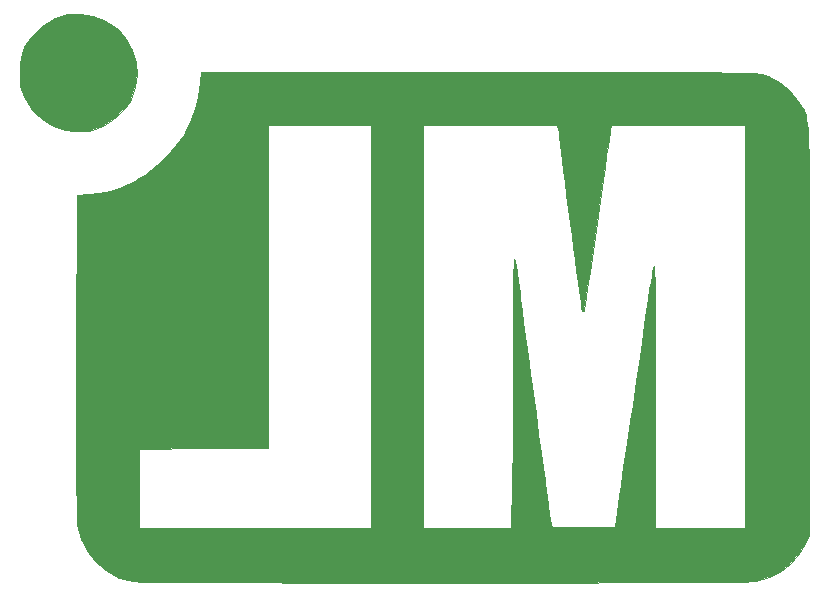
<source format=gbo>
G04 #@! TF.GenerationSoftware,KiCad,Pcbnew,5.1.8*
G04 #@! TF.CreationDate,2020-11-30T22:47:38+01:00*
G04 #@! TF.ProjectId,ml_dev_board,6d6c5f64-6576-45f6-926f-6172642e6b69,rev?*
G04 #@! TF.SameCoordinates,Original*
G04 #@! TF.FileFunction,Legend,Bot*
G04 #@! TF.FilePolarity,Positive*
%FSLAX46Y46*%
G04 Gerber Fmt 4.6, Leading zero omitted, Abs format (unit mm)*
G04 Created by KiCad (PCBNEW 5.1.8) date 2020-11-30 22:47:38*
%MOMM*%
%LPD*%
G01*
G04 APERTURE LIST*
%ADD10C,0.010000*%
G04 APERTURE END LIST*
D10*
G36*
X120250236Y-66981428D02*
G01*
X119212951Y-67292151D01*
X118250552Y-67847360D01*
X117555926Y-68461462D01*
X116984752Y-69115234D01*
X116597084Y-69718259D01*
X116361123Y-70351461D01*
X116245073Y-71095763D01*
X116216986Y-71869126D01*
X116221184Y-72504640D01*
X116250591Y-72960106D01*
X116322180Y-73322718D01*
X116452924Y-73679670D01*
X116651491Y-74101300D01*
X117270539Y-75076708D01*
X118058925Y-75850445D01*
X118996679Y-76409650D01*
X120063834Y-76741459D01*
X120891052Y-76832015D01*
X121458646Y-76835878D01*
X121973298Y-76813546D01*
X122335334Y-76769753D01*
X122369548Y-76761824D01*
X123220132Y-76427044D01*
X124060672Y-75891003D01*
X124818928Y-75212474D01*
X125422661Y-74450231D01*
X125609423Y-74125850D01*
X125986184Y-73108420D01*
X126121773Y-72050681D01*
X126029272Y-70994173D01*
X125721763Y-69980439D01*
X125212329Y-69051019D01*
X124514052Y-68247455D01*
X123640013Y-67611289D01*
X123540798Y-67557072D01*
X122441219Y-67109800D01*
X121335345Y-66919282D01*
X120250236Y-66981428D01*
G37*
X120250236Y-66981428D02*
X119212951Y-67292151D01*
X118250552Y-67847360D01*
X117555926Y-68461462D01*
X116984752Y-69115234D01*
X116597084Y-69718259D01*
X116361123Y-70351461D01*
X116245073Y-71095763D01*
X116216986Y-71869126D01*
X116221184Y-72504640D01*
X116250591Y-72960106D01*
X116322180Y-73322718D01*
X116452924Y-73679670D01*
X116651491Y-74101300D01*
X117270539Y-75076708D01*
X118058925Y-75850445D01*
X118996679Y-76409650D01*
X120063834Y-76741459D01*
X120891052Y-76832015D01*
X121458646Y-76835878D01*
X121973298Y-76813546D01*
X122335334Y-76769753D01*
X122369548Y-76761824D01*
X123220132Y-76427044D01*
X124060672Y-75891003D01*
X124818928Y-75212474D01*
X125422661Y-74450231D01*
X125609423Y-74125850D01*
X125986184Y-73108420D01*
X126121773Y-72050681D01*
X126029272Y-70994173D01*
X125721763Y-69980439D01*
X125212329Y-69051019D01*
X124514052Y-68247455D01*
X123640013Y-67611289D01*
X123540798Y-67557072D01*
X122441219Y-67109800D01*
X121335345Y-66919282D01*
X120250236Y-66981428D01*
G36*
X131483549Y-72802105D02*
G01*
X131308891Y-73946280D01*
X131031120Y-74993649D01*
X130615896Y-76060950D01*
X130368717Y-76591906D01*
X130078389Y-77160362D01*
X129795133Y-77629833D01*
X129467372Y-78069457D01*
X129043529Y-78548375D01*
X128472027Y-79135724D01*
X128468218Y-79139544D01*
X127851585Y-79740137D01*
X127337435Y-80191058D01*
X126855150Y-80546404D01*
X126334111Y-80860269D01*
X125971052Y-81052438D01*
X124894914Y-81555699D01*
X123919527Y-81900789D01*
X122953209Y-82115161D01*
X122094210Y-82213346D01*
X121024736Y-82293684D01*
X120987813Y-95795789D01*
X120982137Y-98329145D01*
X120979720Y-100601009D01*
X120980607Y-102617239D01*
X120984842Y-104383693D01*
X120992470Y-105906227D01*
X121003537Y-107190700D01*
X121018087Y-108242970D01*
X121036165Y-109068893D01*
X121057815Y-109674327D01*
X121083084Y-110065130D01*
X121097959Y-110187242D01*
X121421692Y-111392403D01*
X121959923Y-112465601D01*
X122689979Y-113383677D01*
X123589192Y-114123475D01*
X124634890Y-114661835D01*
X125782040Y-114972016D01*
X126009289Y-114987152D01*
X126487751Y-115001311D01*
X127201401Y-115014495D01*
X128134216Y-115026708D01*
X129270174Y-115037951D01*
X130593252Y-115048226D01*
X132087426Y-115057538D01*
X133736672Y-115065887D01*
X135524969Y-115073277D01*
X137436293Y-115079710D01*
X139454621Y-115085189D01*
X141563929Y-115089716D01*
X143748195Y-115093293D01*
X145991395Y-115095924D01*
X148277507Y-115097610D01*
X150590507Y-115098354D01*
X152914372Y-115098159D01*
X155233079Y-115097028D01*
X157530605Y-115094962D01*
X159790927Y-115091965D01*
X161998021Y-115088038D01*
X164135865Y-115083185D01*
X166188435Y-115077407D01*
X168139709Y-115070708D01*
X169973663Y-115063090D01*
X171674274Y-115054555D01*
X173225519Y-115045106D01*
X174611375Y-115034746D01*
X175815819Y-115023476D01*
X176822827Y-115011300D01*
X177616377Y-114998221D01*
X178180446Y-114984239D01*
X178499009Y-114969359D01*
X178550925Y-114963713D01*
X179628634Y-114654971D01*
X180643657Y-114117857D01*
X181544013Y-113391153D01*
X182277719Y-112513640D01*
X182616513Y-111930500D01*
X183054210Y-111041411D01*
X183054210Y-93793337D01*
X183054567Y-91234693D01*
X183055148Y-88929224D01*
X183055218Y-86862741D01*
X183054043Y-85021051D01*
X183050889Y-83389964D01*
X183045019Y-81955290D01*
X183035701Y-80702836D01*
X183022199Y-79618413D01*
X183003778Y-78687829D01*
X182979704Y-77896893D01*
X182949243Y-77231415D01*
X182911659Y-76677203D01*
X182878611Y-76344736D01*
X177640000Y-76344736D01*
X177640000Y-110434210D01*
X170020000Y-110434210D01*
X170020000Y-99311684D01*
X170018592Y-97429686D01*
X170014473Y-95682997D01*
X170007802Y-94086075D01*
X169998736Y-92653377D01*
X169987432Y-91399363D01*
X169974048Y-90338490D01*
X169958742Y-89485217D01*
X169941672Y-88854000D01*
X169922995Y-88459300D01*
X169902869Y-88315573D01*
X169900076Y-88316158D01*
X169865456Y-88383071D01*
X169823165Y-88528922D01*
X169770265Y-88772292D01*
X169703821Y-89131761D01*
X169620894Y-89625908D01*
X169518548Y-90273316D01*
X169393845Y-91092563D01*
X169243848Y-92102230D01*
X169065621Y-93320898D01*
X168856225Y-94767146D01*
X168612724Y-96459556D01*
X168612056Y-96464210D01*
X168464452Y-97486970D01*
X168288396Y-98698167D01*
X168095010Y-100021812D01*
X167895419Y-101381918D01*
X167700745Y-102702498D01*
X167545538Y-103750000D01*
X167385029Y-104835621D01*
X167229159Y-105900051D01*
X167084631Y-106896742D01*
X166958151Y-107779148D01*
X166856421Y-108500723D01*
X166786147Y-109014921D01*
X166775344Y-109097368D01*
X166611052Y-110367368D01*
X163903947Y-110403557D01*
X163045245Y-110409343D01*
X162310384Y-110403123D01*
X161734309Y-110385988D01*
X161351962Y-110359026D01*
X161198289Y-110323329D01*
X161196842Y-110319146D01*
X161178441Y-110156198D01*
X161127017Y-109769512D01*
X161048237Y-109199904D01*
X160947766Y-108488188D01*
X160831273Y-107675180D01*
X160792762Y-107408746D01*
X160646830Y-106382987D01*
X160492527Y-105267079D01*
X160342310Y-104153221D01*
X160208639Y-103133616D01*
X160117730Y-102413158D01*
X160022777Y-101659845D01*
X159898956Y-100707186D01*
X159754980Y-99620546D01*
X159599564Y-98465292D01*
X159441419Y-97306790D01*
X159324742Y-96464210D01*
X159170216Y-95346952D01*
X159011553Y-94183251D01*
X158857503Y-93038479D01*
X158716819Y-91978004D01*
X158598253Y-91067196D01*
X158528314Y-90515263D01*
X158406334Y-89550544D01*
X158309010Y-88823520D01*
X158231407Y-88306162D01*
X158168585Y-87970440D01*
X158115608Y-87788323D01*
X158067538Y-87731781D01*
X158040362Y-87745076D01*
X158027877Y-87887752D01*
X158016570Y-88273663D01*
X158006619Y-88878675D01*
X157998201Y-89678657D01*
X157991493Y-90649477D01*
X157986672Y-91767001D01*
X157983917Y-93007099D01*
X157983403Y-94345637D01*
X157984505Y-95347429D01*
X157985240Y-96894122D01*
X157982478Y-98482054D01*
X157976518Y-100068493D01*
X157967660Y-101610711D01*
X157956204Y-103065977D01*
X157942449Y-104391560D01*
X157926696Y-105544731D01*
X157909244Y-106482759D01*
X157905166Y-106657631D01*
X157812953Y-110434210D01*
X150368421Y-110434210D01*
X150368421Y-76344736D01*
X145956842Y-76344736D01*
X145956842Y-110434210D01*
X126305263Y-110434210D01*
X126305263Y-103752999D01*
X131752894Y-103718078D01*
X137200526Y-103683158D01*
X137234577Y-90013947D01*
X137268629Y-76344736D01*
X145956842Y-76344736D01*
X150368421Y-76344736D01*
X161726485Y-76344736D01*
X161792671Y-76645526D01*
X161829070Y-76871971D01*
X161889300Y-77315050D01*
X161967093Y-77925726D01*
X162056184Y-78654964D01*
X162138583Y-79352631D01*
X162234279Y-80154349D01*
X162357589Y-81154619D01*
X162500101Y-82287065D01*
X162653400Y-83485310D01*
X162809075Y-84682976D01*
X162934960Y-85635789D01*
X163076532Y-86701991D01*
X163214956Y-87751606D01*
X163343809Y-88735401D01*
X163456667Y-89604144D01*
X163547110Y-90308603D01*
X163608714Y-90799546D01*
X163610732Y-90816052D01*
X163689252Y-91368272D01*
X163772411Y-91804510D01*
X163848153Y-92067890D01*
X163887032Y-92119473D01*
X164003130Y-92068728D01*
X164004210Y-92060772D01*
X164022685Y-91908778D01*
X164075362Y-91520905D01*
X164158123Y-90925878D01*
X164266848Y-90152425D01*
X164397420Y-89229273D01*
X164545720Y-88185150D01*
X164707627Y-87048783D01*
X164879024Y-85848899D01*
X165055792Y-84614225D01*
X165233811Y-83373490D01*
X165408963Y-82155419D01*
X165577129Y-80988741D01*
X165734190Y-79902183D01*
X165876027Y-78924472D01*
X165998521Y-78084335D01*
X166097554Y-77410499D01*
X166169006Y-76931693D01*
X166208759Y-76676643D01*
X166214428Y-76645526D01*
X166281936Y-76344736D01*
X177640000Y-76344736D01*
X182878611Y-76344736D01*
X182866218Y-76220067D01*
X182812186Y-75845815D01*
X182748827Y-75540258D01*
X182675407Y-75289202D01*
X182591192Y-75078459D01*
X182495447Y-74893837D01*
X182387436Y-74721145D01*
X182266427Y-74546191D01*
X182131683Y-74354786D01*
X182041026Y-74221784D01*
X181346850Y-73392098D01*
X180484224Y-72691575D01*
X179533253Y-72182751D01*
X179331867Y-72106819D01*
X179235850Y-72076695D01*
X179120228Y-72049189D01*
X178973051Y-72024184D01*
X178782370Y-72001560D01*
X178536238Y-71981200D01*
X178222704Y-71962984D01*
X177829819Y-71946793D01*
X177345635Y-71932509D01*
X176758203Y-71920014D01*
X176055574Y-71909188D01*
X175225799Y-71899914D01*
X174256929Y-71892071D01*
X173137015Y-71885543D01*
X171854108Y-71880209D01*
X170396259Y-71875952D01*
X168751520Y-71872652D01*
X166907941Y-71870192D01*
X164853573Y-71868451D01*
X162576467Y-71867313D01*
X160064675Y-71866657D01*
X157306248Y-71866366D01*
X155114210Y-71866315D01*
X131585789Y-71866315D01*
X131483549Y-72802105D01*
G37*
X131483549Y-72802105D02*
X131308891Y-73946280D01*
X131031120Y-74993649D01*
X130615896Y-76060950D01*
X130368717Y-76591906D01*
X130078389Y-77160362D01*
X129795133Y-77629833D01*
X129467372Y-78069457D01*
X129043529Y-78548375D01*
X128472027Y-79135724D01*
X128468218Y-79139544D01*
X127851585Y-79740137D01*
X127337435Y-80191058D01*
X126855150Y-80546404D01*
X126334111Y-80860269D01*
X125971052Y-81052438D01*
X124894914Y-81555699D01*
X123919527Y-81900789D01*
X122953209Y-82115161D01*
X122094210Y-82213346D01*
X121024736Y-82293684D01*
X120987813Y-95795789D01*
X120982137Y-98329145D01*
X120979720Y-100601009D01*
X120980607Y-102617239D01*
X120984842Y-104383693D01*
X120992470Y-105906227D01*
X121003537Y-107190700D01*
X121018087Y-108242970D01*
X121036165Y-109068893D01*
X121057815Y-109674327D01*
X121083084Y-110065130D01*
X121097959Y-110187242D01*
X121421692Y-111392403D01*
X121959923Y-112465601D01*
X122689979Y-113383677D01*
X123589192Y-114123475D01*
X124634890Y-114661835D01*
X125782040Y-114972016D01*
X126009289Y-114987152D01*
X126487751Y-115001311D01*
X127201401Y-115014495D01*
X128134216Y-115026708D01*
X129270174Y-115037951D01*
X130593252Y-115048226D01*
X132087426Y-115057538D01*
X133736672Y-115065887D01*
X135524969Y-115073277D01*
X137436293Y-115079710D01*
X139454621Y-115085189D01*
X141563929Y-115089716D01*
X143748195Y-115093293D01*
X145991395Y-115095924D01*
X148277507Y-115097610D01*
X150590507Y-115098354D01*
X152914372Y-115098159D01*
X155233079Y-115097028D01*
X157530605Y-115094962D01*
X159790927Y-115091965D01*
X161998021Y-115088038D01*
X164135865Y-115083185D01*
X166188435Y-115077407D01*
X168139709Y-115070708D01*
X169973663Y-115063090D01*
X171674274Y-115054555D01*
X173225519Y-115045106D01*
X174611375Y-115034746D01*
X175815819Y-115023476D01*
X176822827Y-115011300D01*
X177616377Y-114998221D01*
X178180446Y-114984239D01*
X178499009Y-114969359D01*
X178550925Y-114963713D01*
X179628634Y-114654971D01*
X180643657Y-114117857D01*
X181544013Y-113391153D01*
X182277719Y-112513640D01*
X182616513Y-111930500D01*
X183054210Y-111041411D01*
X183054210Y-93793337D01*
X183054567Y-91234693D01*
X183055148Y-88929224D01*
X183055218Y-86862741D01*
X183054043Y-85021051D01*
X183050889Y-83389964D01*
X183045019Y-81955290D01*
X183035701Y-80702836D01*
X183022199Y-79618413D01*
X183003778Y-78687829D01*
X182979704Y-77896893D01*
X182949243Y-77231415D01*
X182911659Y-76677203D01*
X182878611Y-76344736D01*
X177640000Y-76344736D01*
X177640000Y-110434210D01*
X170020000Y-110434210D01*
X170020000Y-99311684D01*
X170018592Y-97429686D01*
X170014473Y-95682997D01*
X170007802Y-94086075D01*
X169998736Y-92653377D01*
X169987432Y-91399363D01*
X169974048Y-90338490D01*
X169958742Y-89485217D01*
X169941672Y-88854000D01*
X169922995Y-88459300D01*
X169902869Y-88315573D01*
X169900076Y-88316158D01*
X169865456Y-88383071D01*
X169823165Y-88528922D01*
X169770265Y-88772292D01*
X169703821Y-89131761D01*
X169620894Y-89625908D01*
X169518548Y-90273316D01*
X169393845Y-91092563D01*
X169243848Y-92102230D01*
X169065621Y-93320898D01*
X168856225Y-94767146D01*
X168612724Y-96459556D01*
X168612056Y-96464210D01*
X168464452Y-97486970D01*
X168288396Y-98698167D01*
X168095010Y-100021812D01*
X167895419Y-101381918D01*
X167700745Y-102702498D01*
X167545538Y-103750000D01*
X167385029Y-104835621D01*
X167229159Y-105900051D01*
X167084631Y-106896742D01*
X166958151Y-107779148D01*
X166856421Y-108500723D01*
X166786147Y-109014921D01*
X166775344Y-109097368D01*
X166611052Y-110367368D01*
X163903947Y-110403557D01*
X163045245Y-110409343D01*
X162310384Y-110403123D01*
X161734309Y-110385988D01*
X161351962Y-110359026D01*
X161198289Y-110323329D01*
X161196842Y-110319146D01*
X161178441Y-110156198D01*
X161127017Y-109769512D01*
X161048237Y-109199904D01*
X160947766Y-108488188D01*
X160831273Y-107675180D01*
X160792762Y-107408746D01*
X160646830Y-106382987D01*
X160492527Y-105267079D01*
X160342310Y-104153221D01*
X160208639Y-103133616D01*
X160117730Y-102413158D01*
X160022777Y-101659845D01*
X159898956Y-100707186D01*
X159754980Y-99620546D01*
X159599564Y-98465292D01*
X159441419Y-97306790D01*
X159324742Y-96464210D01*
X159170216Y-95346952D01*
X159011553Y-94183251D01*
X158857503Y-93038479D01*
X158716819Y-91978004D01*
X158598253Y-91067196D01*
X158528314Y-90515263D01*
X158406334Y-89550544D01*
X158309010Y-88823520D01*
X158231407Y-88306162D01*
X158168585Y-87970440D01*
X158115608Y-87788323D01*
X158067538Y-87731781D01*
X158040362Y-87745076D01*
X158027877Y-87887752D01*
X158016570Y-88273663D01*
X158006619Y-88878675D01*
X157998201Y-89678657D01*
X157991493Y-90649477D01*
X157986672Y-91767001D01*
X157983917Y-93007099D01*
X157983403Y-94345637D01*
X157984505Y-95347429D01*
X157985240Y-96894122D01*
X157982478Y-98482054D01*
X157976518Y-100068493D01*
X157967660Y-101610711D01*
X157956204Y-103065977D01*
X157942449Y-104391560D01*
X157926696Y-105544731D01*
X157909244Y-106482759D01*
X157905166Y-106657631D01*
X157812953Y-110434210D01*
X150368421Y-110434210D01*
X150368421Y-76344736D01*
X145956842Y-76344736D01*
X145956842Y-110434210D01*
X126305263Y-110434210D01*
X126305263Y-103752999D01*
X131752894Y-103718078D01*
X137200526Y-103683158D01*
X137234577Y-90013947D01*
X137268629Y-76344736D01*
X145956842Y-76344736D01*
X150368421Y-76344736D01*
X161726485Y-76344736D01*
X161792671Y-76645526D01*
X161829070Y-76871971D01*
X161889300Y-77315050D01*
X161967093Y-77925726D01*
X162056184Y-78654964D01*
X162138583Y-79352631D01*
X162234279Y-80154349D01*
X162357589Y-81154619D01*
X162500101Y-82287065D01*
X162653400Y-83485310D01*
X162809075Y-84682976D01*
X162934960Y-85635789D01*
X163076532Y-86701991D01*
X163214956Y-87751606D01*
X163343809Y-88735401D01*
X163456667Y-89604144D01*
X163547110Y-90308603D01*
X163608714Y-90799546D01*
X163610732Y-90816052D01*
X163689252Y-91368272D01*
X163772411Y-91804510D01*
X163848153Y-92067890D01*
X163887032Y-92119473D01*
X164003130Y-92068728D01*
X164004210Y-92060772D01*
X164022685Y-91908778D01*
X164075362Y-91520905D01*
X164158123Y-90925878D01*
X164266848Y-90152425D01*
X164397420Y-89229273D01*
X164545720Y-88185150D01*
X164707627Y-87048783D01*
X164879024Y-85848899D01*
X165055792Y-84614225D01*
X165233811Y-83373490D01*
X165408963Y-82155419D01*
X165577129Y-80988741D01*
X165734190Y-79902183D01*
X165876027Y-78924472D01*
X165998521Y-78084335D01*
X166097554Y-77410499D01*
X166169006Y-76931693D01*
X166208759Y-76676643D01*
X166214428Y-76645526D01*
X166281936Y-76344736D01*
X177640000Y-76344736D01*
X182878611Y-76344736D01*
X182866218Y-76220067D01*
X182812186Y-75845815D01*
X182748827Y-75540258D01*
X182675407Y-75289202D01*
X182591192Y-75078459D01*
X182495447Y-74893837D01*
X182387436Y-74721145D01*
X182266427Y-74546191D01*
X182131683Y-74354786D01*
X182041026Y-74221784D01*
X181346850Y-73392098D01*
X180484224Y-72691575D01*
X179533253Y-72182751D01*
X179331867Y-72106819D01*
X179235850Y-72076695D01*
X179120228Y-72049189D01*
X178973051Y-72024184D01*
X178782370Y-72001560D01*
X178536238Y-71981200D01*
X178222704Y-71962984D01*
X177829819Y-71946793D01*
X177345635Y-71932509D01*
X176758203Y-71920014D01*
X176055574Y-71909188D01*
X175225799Y-71899914D01*
X174256929Y-71892071D01*
X173137015Y-71885543D01*
X171854108Y-71880209D01*
X170396259Y-71875952D01*
X168751520Y-71872652D01*
X166907941Y-71870192D01*
X164853573Y-71868451D01*
X162576467Y-71867313D01*
X160064675Y-71866657D01*
X157306248Y-71866366D01*
X155114210Y-71866315D01*
X131585789Y-71866315D01*
X131483549Y-72802105D01*
M02*

</source>
